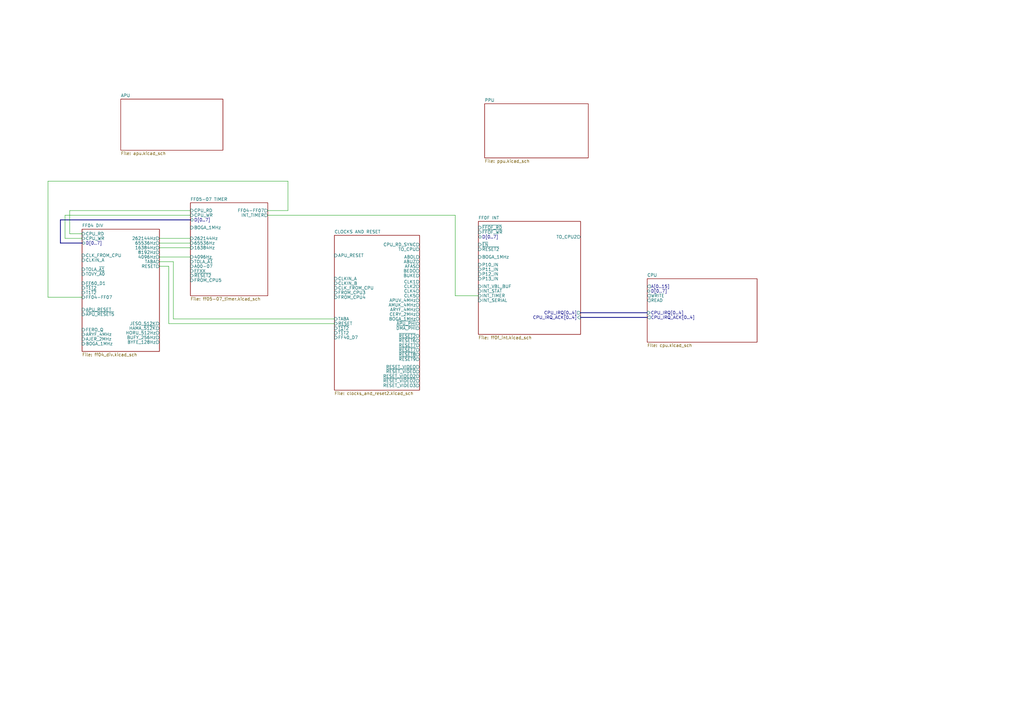
<source format=kicad_sch>
(kicad_sch (version 20211123) (generator eeschema)
  (paper "A3")
  (title_block (title "DMG CPU B") (date "2022-02-01") (rev "0") (company "CC-BY-SA-4.0 Régis Galland & Michael Singer -- Derived work from Furrtek") (comment 1 "https://github.com/msinger/dmg-schematics"))
  (lib_symbols)
  (bus (pts (xy 238.125 128.27) (xy 265.43 128.27)))
  (wire (pts (xy 78.105 88.265) (xy 26.67 88.265)))
  (wire (pts (xy 26.67 97.79) (xy 33.655 97.79)))
  (bus (pts (xy 238.125 130.175) (xy 265.43 130.175)))
  (wire (pts (xy 78.105 86.36) (xy 28.575 86.36)))
  (wire (pts (xy 137.16 130.81) (xy 71.12 130.81)))
  (wire (pts (xy 118.11 74.295) (xy 19.685 74.295)))
  (wire (pts (xy 65.405 97.79) (xy 78.105 97.79)))
  (wire (pts (xy 118.11 86.36) (xy 118.11 74.295)))
  (wire (pts (xy 69.215 132.715) (xy 137.16 132.715)))
  (wire (pts (xy 65.405 105.41) (xy 78.105 105.41)))
  (wire (pts (xy 26.67 88.265) (xy 26.67 97.79)))
  (bus (pts (xy 24.765 99.695) (xy 33.655 99.695)))
  (wire (pts (xy 65.405 99.695) (xy 78.105 99.695)))
  (wire (pts (xy 186.69 88.265) (xy 186.69 121.285)))
  (wire (pts (xy 65.405 109.22) (xy 69.215 109.22)))
  (wire (pts (xy 28.575 86.36) (xy 28.575 95.885)))
  (wire (pts (xy 65.405 107.315) (xy 71.12 107.315)))
  (wire (pts (xy 71.12 107.315) (xy 71.12 130.81)))
  (bus (pts (xy 78.105 90.17) (xy 24.765 90.17)))
  (wire (pts (xy 109.855 88.265) (xy 186.69 88.265)))
  (wire (pts (xy 19.685 121.92) (xy 33.655 121.92)))
  (wire (pts (xy 28.575 95.885) (xy 33.655 95.885)))
  (wire (pts (xy 19.685 74.295) (xy 19.685 121.92)))
  (wire (pts (xy 109.855 86.36) (xy 118.11 86.36)))
  (bus (pts (xy 24.765 90.17) (xy 24.765 99.695)))
  (wire (pts (xy 65.405 101.6) (xy 78.105 101.6)))
  (wire (pts (xy 69.215 109.22) (xy 69.215 132.715)))
  (wire (pts (xy 186.69 121.285) (xy 196.215 121.285)))
  (sheet (at 78.105 83.185) (size 31.75 38.1) (stroke (width 0.1524))
    (property "Sheet name" "FF05-07 TIMER" (at 78.105 82.4734 0) (effects (justify left bottom)))
    (property "Sheet file" "ff05-07_timer.kicad_sch" (at 78.105 121.8696 0) (effects (justify left top)))
    (pin "TOLA_~{A1}" input (at 78.105 107.315 180))
    (pin "CPU_WR" input (at 78.105 88.265 180))
    (pin "~{RESET2}" input (at 78.105 113.03 180))
    (pin "CPU_RD" input (at 78.105 86.36 180))
    (pin "A00-07" input (at 78.105 109.22 180))
    (pin "FFXX" input (at 78.105 111.125 180))
    (pin "FF04-FF07" output (at 109.855 86.36 0))
    (pin "16384Hz" input (at 78.105 101.6 180))
    (pin "65536Hz" input (at 78.105 99.695 180))
    (pin "4096Hz" input (at 78.105 105.41 180))
    (pin "262144Hz" input (at 78.105 97.79 180))
    (pin "FROM_CPU5" input (at 78.105 114.935 180))
    (pin "BOGA_1MHz" input (at 78.105 93.345 180))
    (pin "INT_TIMER" output (at 109.855 88.265 0))
    (pin "D[0..7]" bidirectional (at 78.105 90.17 180))
  )
  (sheet (at 196.215 90.805) (size 41.91 46.355) (stroke (width 0.1524))
    (property "Sheet name" "FF0F INT" (at 196.215 90.0934 0) (effects (justify left bottom)))
    (property "Sheet file" "ff0f_int.kicad_sch" (at 196.215 137.7446 0) (effects (justify left top)))
    (pin "TO_CPU2" output (at 238.125 97.155 0))
    (pin "INT_STAT" input (at 196.215 119.38 180))
    (pin "~{EN}" input (at 196.215 100.33 180))
    (pin "INT_VBL_BUF" input (at 196.215 117.475 180))
    (pin "BOGA_1MHz" input (at 196.215 105.41 180))
    (pin "~{RESET2}" input (at 196.215 102.235 180))
    (pin "~{FFOF_WR}" input (at 196.215 95.25 180))
    (pin "~{FFOF_RD}" input (at 196.215 93.345 180))
    (pin "INT_TIMER" input (at 196.215 121.285 180))
    (pin "D[0..7]" bidirectional (at 196.215 97.155 180))
    (pin "INT_SERIAL" input (at 196.215 123.19 180))
    (pin "P12_IN" input (at 196.215 112.395 180))
    (pin "P13_IN" input (at 196.215 114.3 180))
    (pin "P11_IN" input (at 196.215 110.49 180))
    (pin "P10_IN" input (at 196.215 108.585 180))
    (pin "CPU_IRQ_ACK[0..4]" input (at 238.125 130.175 0))
    (pin "CPU_IRQ[0..4]" output (at 238.125 128.27 0))
  )
  (sheet (at 137.16 96.52) (size 34.925 63.5) (stroke (width 0.1524))
    (property "Sheet name" "CLOCKS AND RESET" (at 137.16 95.8084 0) (effects (justify left bottom)))
    (property "Sheet file" "clocks_and_reset2.kicad_sch" (at 137.16 160.6046 0) (effects (justify left top)))
    (pin "BEDO" output (at 172.085 111.125 0))
    (pin "TO_CPU" output (at 172.085 102.235 0))
    (pin "FROM_CPU4" input (at 137.16 121.92 180))
    (pin "FROM_CPU3" input (at 137.16 120.015 180))
    (pin "AFAS" output (at 172.085 109.22 0))
    (pin "BUKE" output (at 172.085 113.03 0))
    (pin "CPU_RD_SYNC" output (at 172.085 100.33 0))
    (pin "ABUZ" output (at 172.085 107.315 0))
    (pin "~{T1}T2" input (at 137.16 136.525 180))
    (pin "~{DMA_PHI}" output (at 172.085 134.62 0))
    (pin "CLKIN_B" input (at 137.16 116.205 180))
    (pin "CLK1" output (at 172.085 115.57 0))
    (pin "~{RESET7}" output (at 172.085 143.51 0))
    (pin "RESET7" output (at 172.085 141.605 0))
    (pin "~{RESET9}" output (at 172.085 147.32 0))
    (pin "~{RESET_VIDEO2}" output (at 172.085 156.21 0))
    (pin "RESET_VIDEO3" output (at 172.085 158.115 0))
    (pin "RESET_VIDEO" output (at 172.085 150.495 0))
    (pin "~{RESET_VIDEO}" output (at 172.085 152.4 0))
    (pin "~{RESET6}" output (at 172.085 139.7 0))
    (pin "~{RESET8}" output (at 172.085 145.415 0))
    (pin "~{APU_PHI}" output (at 172.085 132.715 0))
    (pin "BOGA_1MHz" output (at 172.085 130.81 0))
    (pin "CLK_FROM_CPU" input (at 137.16 118.11 180))
    (pin "AMUK_4MHz" output (at 172.085 125.095 0))
    (pin "ARYF_4MHz" output (at 172.085 127 0))
    (pin "APU_RESET" input (at 137.16 104.775 180))
    (pin "APUV_4MHz" output (at 172.085 123.19 0))
    (pin "ABOL" output (at 172.085 105.41 0))
    (pin "~{T1T2}" input (at 137.16 134.62 180))
    (pin "~{RESET2}" output (at 172.085 137.795 0))
    (pin "CLKIN_A" input (at 137.16 114.3 180))
    (pin "RESET" input (at 137.16 132.715 180))
    (pin "TABA" input (at 137.16 130.81 180))
    (pin "CERY_2MHz" output (at 172.085 128.905 0))
    (pin "CLK4" output (at 172.085 119.38 0))
    (pin "CLK5" output (at 172.085 121.285 0))
    (pin "FF40_D7" input (at 137.16 138.43 180))
    (pin "CLK2" output (at 172.085 117.475 0))
    (pin "RESET_VIDEO2" output (at 172.085 154.305 0))
  )
  (sheet (at 49.53 40.64) (size 41.91 20.955) (stroke (width 0.1524))
    (property "Sheet name" "APU" (at 49.53 39.9284 0) (effects (justify left bottom)))
    (property "Sheet file" "apu.kicad_sch" (at 49.53 62.1796 0) (effects (justify left top)))
  )
  (sheet (at 198.755 42.545) (size 42.545 22.225) (stroke (width 0.1524))
    (property "Sheet name" "PPU" (at 198.755 41.8334 0) (effects (justify left bottom)))
    (property "Sheet file" "ppu.kicad_sch" (at 198.755 65.3546 0) (effects (justify left top)))
  )
  (sheet (at 265.43 114.3) (size 45.085 26.035) (stroke (width 0.1524))
    (property "Sheet name" "CPU" (at 265.43 113.5884 0) (effects (justify left bottom)))
    (property "Sheet file" "cpu.kicad_sch" (at 265.43 140.9196 0) (effects (justify left top)))
    (pin "D[0..7]" bidirectional (at 265.43 119.38 180))
    (pin "A[0..15]" output (at 265.43 117.475 180))
    (pin "CPU_IRQ[0..4]" input (at 265.43 128.27 180))
    (pin "CPU_IRQ_ACK[0..4]" output (at 265.43 130.175 180))
    (pin "WRITE" output (at 265.43 121.285 180))
    (pin "READ" output (at 265.43 123.19 180))
  )
  (sheet (at 33.655 93.98) (size 31.75 50.165) (stroke (width 0.1524))
    (property "Sheet name" "FF04 DIV" (at 33.655 93.2684 0) (effects (justify left bottom)))
    (property "Sheet file" "ff04_div.kicad_sch" (at 33.655 144.7296 0) (effects (justify left top)))
    (pin "262144Hz" output (at 65.405 97.79 0))
    (pin "16384Hz" output (at 65.405 101.6 0))
    (pin "65536Hz" output (at 65.405 99.695 0))
    (pin "CLKIN_A" input (at 33.655 106.68 180))
    (pin "FF60_D1" input (at 33.655 116.205 180))
    (pin "BOGA_1MHz" input (at 33.655 140.97 180))
    (pin "TOVY_~{A0}" input (at 33.655 112.395 180))
    (pin "CPU_WR" input (at 33.655 97.79 180))
    (pin "TOLA_~{A1}" input (at 33.655 110.49 180))
    (pin "CLK_FROM_CPU" input (at 33.655 104.775 180))
    (pin "CPU_RD" input (at 33.655 95.885 180))
    (pin "~{T1}T2" input (at 33.655 118.11 180))
    (pin "T1~{T2}" input (at 33.655 120.015 180))
    (pin "TABA" output (at 65.405 107.315 0))
    (pin "D[0..7]" bidirectional (at 33.655 99.695 180))
    (pin "8192Hz" output (at 65.405 103.505 0))
    (pin "4096Hz" output (at 65.405 105.41 0))
    (pin "AJER_2MHz" input (at 33.655 139.065 180))
    (pin "APU_RESET" input (at 33.655 127 180))
    (pin "HAMA_~{512K}" output (at 65.405 134.62 0))
    (pin "JESO_512K" output (at 65.405 132.715 0))
    (pin "~{APU_RESET5}" input (at 33.655 128.905 180))
    (pin "FERO_Q" input (at 33.655 135.255 180))
    (pin "HORU_512Hz" output (at 65.405 136.525 0))
    (pin "BYFE_128Hz" output (at 65.405 140.335 0))
    (pin "BUFY_256Hz" output (at 65.405 138.43 0))
    (pin "ARYF_4MHz" input (at 33.655 137.16 180))
    (pin "FF04-FF07" input (at 33.655 121.92 180))
    (pin "RESET" output (at 65.405 109.22 0))
  )
)
</source>
